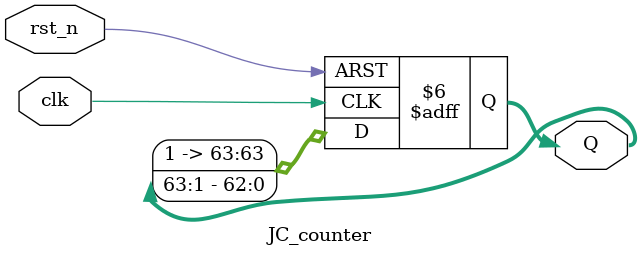
<source format=v>
`timescale 1ns/1ns

module JC_counter(
   input                clk ,
   input                rst_n,
 
   output reg [63:0]     Q  
);
    always@(posedge clk or negedge rst_n)begin
        if(!rst_n) Q <= 'd0;
        else if(!Q[0]) Q <= {1'b1, Q[63 : 1]};
        else Q <= {1'b1, Q[63 : 1]};
    end
endmodule

</source>
